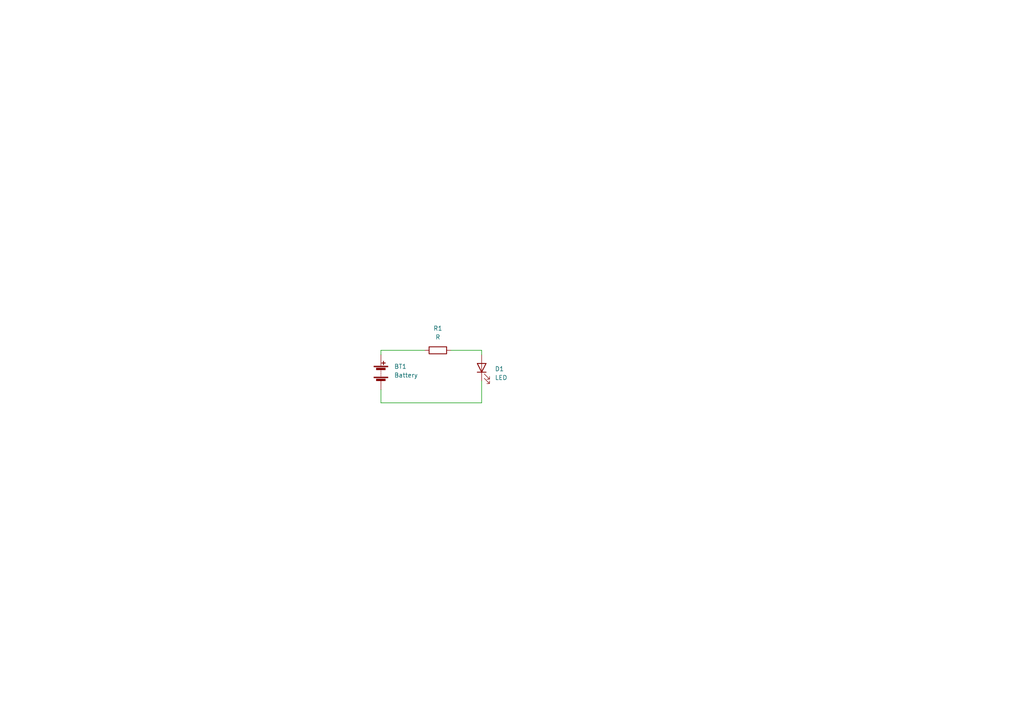
<source format=kicad_sch>
(kicad_sch (version 20211123) (generator eeschema)

  (uuid 9a000547-b114-4a04-a408-8c3ab3bd827c)

  (paper "A4")

  (title_block
    (title "Project 0 Battery with Resistor and an LED")
    (date "2022-08-24")
    (rev "V.01")
    (company "TU ECE4110")
    (comment 1 "Rob L. Bara")
  )

  (lib_symbols
    (symbol "Device:Battery" (pin_numbers hide) (pin_names (offset 0) hide) (in_bom yes) (on_board yes)
      (property "Reference" "BT" (id 0) (at 2.54 2.54 0)
        (effects (font (size 1.27 1.27)) (justify left))
      )
      (property "Value" "Battery" (id 1) (at 2.54 0 0)
        (effects (font (size 1.27 1.27)) (justify left))
      )
      (property "Footprint" "" (id 2) (at 0 1.524 90)
        (effects (font (size 1.27 1.27)) hide)
      )
      (property "Datasheet" "~" (id 3) (at 0 1.524 90)
        (effects (font (size 1.27 1.27)) hide)
      )
      (property "ki_keywords" "batt voltage-source cell" (id 4) (at 0 0 0)
        (effects (font (size 1.27 1.27)) hide)
      )
      (property "ki_description" "Multiple-cell battery" (id 5) (at 0 0 0)
        (effects (font (size 1.27 1.27)) hide)
      )
      (symbol "Battery_0_1"
        (rectangle (start -2.032 -1.397) (end 2.032 -1.651)
          (stroke (width 0) (type default) (color 0 0 0 0))
          (fill (type outline))
        )
        (rectangle (start -2.032 1.778) (end 2.032 1.524)
          (stroke (width 0) (type default) (color 0 0 0 0))
          (fill (type outline))
        )
        (rectangle (start -1.3208 -1.9812) (end 1.27 -2.4892)
          (stroke (width 0) (type default) (color 0 0 0 0))
          (fill (type outline))
        )
        (rectangle (start -1.3208 1.1938) (end 1.27 0.6858)
          (stroke (width 0) (type default) (color 0 0 0 0))
          (fill (type outline))
        )
        (polyline
          (pts
            (xy 0 -1.524)
            (xy 0 -1.27)
          )
          (stroke (width 0) (type default) (color 0 0 0 0))
          (fill (type none))
        )
        (polyline
          (pts
            (xy 0 -1.016)
            (xy 0 -0.762)
          )
          (stroke (width 0) (type default) (color 0 0 0 0))
          (fill (type none))
        )
        (polyline
          (pts
            (xy 0 -0.508)
            (xy 0 -0.254)
          )
          (stroke (width 0) (type default) (color 0 0 0 0))
          (fill (type none))
        )
        (polyline
          (pts
            (xy 0 0)
            (xy 0 0.254)
          )
          (stroke (width 0) (type default) (color 0 0 0 0))
          (fill (type none))
        )
        (polyline
          (pts
            (xy 0 0.508)
            (xy 0 0.762)
          )
          (stroke (width 0) (type default) (color 0 0 0 0))
          (fill (type none))
        )
        (polyline
          (pts
            (xy 0 1.778)
            (xy 0 2.54)
          )
          (stroke (width 0) (type default) (color 0 0 0 0))
          (fill (type none))
        )
        (polyline
          (pts
            (xy 0.254 2.667)
            (xy 1.27 2.667)
          )
          (stroke (width 0.254) (type default) (color 0 0 0 0))
          (fill (type none))
        )
        (polyline
          (pts
            (xy 0.762 3.175)
            (xy 0.762 2.159)
          )
          (stroke (width 0.254) (type default) (color 0 0 0 0))
          (fill (type none))
        )
      )
      (symbol "Battery_1_1"
        (pin passive line (at 0 5.08 270) (length 2.54)
          (name "+" (effects (font (size 1.27 1.27))))
          (number "1" (effects (font (size 1.27 1.27))))
        )
        (pin passive line (at 0 -5.08 90) (length 2.54)
          (name "-" (effects (font (size 1.27 1.27))))
          (number "2" (effects (font (size 1.27 1.27))))
        )
      )
    )
    (symbol "Device:LED" (pin_numbers hide) (pin_names (offset 1.016) hide) (in_bom yes) (on_board yes)
      (property "Reference" "D" (id 0) (at 0 2.54 0)
        (effects (font (size 1.27 1.27)))
      )
      (property "Value" "LED" (id 1) (at 0 -2.54 0)
        (effects (font (size 1.27 1.27)))
      )
      (property "Footprint" "" (id 2) (at 0 0 0)
        (effects (font (size 1.27 1.27)) hide)
      )
      (property "Datasheet" "~" (id 3) (at 0 0 0)
        (effects (font (size 1.27 1.27)) hide)
      )
      (property "ki_keywords" "LED diode" (id 4) (at 0 0 0)
        (effects (font (size 1.27 1.27)) hide)
      )
      (property "ki_description" "Light emitting diode" (id 5) (at 0 0 0)
        (effects (font (size 1.27 1.27)) hide)
      )
      (property "ki_fp_filters" "LED* LED_SMD:* LED_THT:*" (id 6) (at 0 0 0)
        (effects (font (size 1.27 1.27)) hide)
      )
      (symbol "LED_0_1"
        (polyline
          (pts
            (xy -1.27 -1.27)
            (xy -1.27 1.27)
          )
          (stroke (width 0.254) (type default) (color 0 0 0 0))
          (fill (type none))
        )
        (polyline
          (pts
            (xy -1.27 0)
            (xy 1.27 0)
          )
          (stroke (width 0) (type default) (color 0 0 0 0))
          (fill (type none))
        )
        (polyline
          (pts
            (xy 1.27 -1.27)
            (xy 1.27 1.27)
            (xy -1.27 0)
            (xy 1.27 -1.27)
          )
          (stroke (width 0.254) (type default) (color 0 0 0 0))
          (fill (type none))
        )
        (polyline
          (pts
            (xy -3.048 -0.762)
            (xy -4.572 -2.286)
            (xy -3.81 -2.286)
            (xy -4.572 -2.286)
            (xy -4.572 -1.524)
          )
          (stroke (width 0) (type default) (color 0 0 0 0))
          (fill (type none))
        )
        (polyline
          (pts
            (xy -1.778 -0.762)
            (xy -3.302 -2.286)
            (xy -2.54 -2.286)
            (xy -3.302 -2.286)
            (xy -3.302 -1.524)
          )
          (stroke (width 0) (type default) (color 0 0 0 0))
          (fill (type none))
        )
      )
      (symbol "LED_1_1"
        (pin passive line (at -3.81 0 0) (length 2.54)
          (name "K" (effects (font (size 1.27 1.27))))
          (number "1" (effects (font (size 1.27 1.27))))
        )
        (pin passive line (at 3.81 0 180) (length 2.54)
          (name "A" (effects (font (size 1.27 1.27))))
          (number "2" (effects (font (size 1.27 1.27))))
        )
      )
    )
    (symbol "Device:R" (pin_numbers hide) (pin_names (offset 0)) (in_bom yes) (on_board yes)
      (property "Reference" "R" (id 0) (at 2.032 0 90)
        (effects (font (size 1.27 1.27)))
      )
      (property "Value" "R" (id 1) (at 0 0 90)
        (effects (font (size 1.27 1.27)))
      )
      (property "Footprint" "" (id 2) (at -1.778 0 90)
        (effects (font (size 1.27 1.27)) hide)
      )
      (property "Datasheet" "~" (id 3) (at 0 0 0)
        (effects (font (size 1.27 1.27)) hide)
      )
      (property "ki_keywords" "R res resistor" (id 4) (at 0 0 0)
        (effects (font (size 1.27 1.27)) hide)
      )
      (property "ki_description" "Resistor" (id 5) (at 0 0 0)
        (effects (font (size 1.27 1.27)) hide)
      )
      (property "ki_fp_filters" "R_*" (id 6) (at 0 0 0)
        (effects (font (size 1.27 1.27)) hide)
      )
      (symbol "R_0_1"
        (rectangle (start -1.016 -2.54) (end 1.016 2.54)
          (stroke (width 0.254) (type default) (color 0 0 0 0))
          (fill (type none))
        )
      )
      (symbol "R_1_1"
        (pin passive line (at 0 3.81 270) (length 1.27)
          (name "~" (effects (font (size 1.27 1.27))))
          (number "1" (effects (font (size 1.27 1.27))))
        )
        (pin passive line (at 0 -3.81 90) (length 1.27)
          (name "~" (effects (font (size 1.27 1.27))))
          (number "2" (effects (font (size 1.27 1.27))))
        )
      )
    )
  )


  (wire (pts (xy 110.49 116.84) (xy 110.49 113.03))
    (stroke (width 0) (type default) (color 0 0 0 0))
    (uuid 0ab314ad-6f2e-4314-ac6a-0799cf822474)
  )
  (wire (pts (xy 123.19 101.6) (xy 110.49 101.6))
    (stroke (width 0) (type default) (color 0 0 0 0))
    (uuid 5c4b3298-2c7d-4c47-9b3a-7412720b8eb0)
  )
  (wire (pts (xy 139.7 102.87) (xy 139.7 101.6))
    (stroke (width 0) (type default) (color 0 0 0 0))
    (uuid 674a52c0-4a10-4eea-8dfe-e484f2f4961a)
  )
  (wire (pts (xy 139.7 101.6) (xy 130.81 101.6))
    (stroke (width 0) (type default) (color 0 0 0 0))
    (uuid 6efae355-5d87-4e67-9ed0-4b575446625a)
  )
  (wire (pts (xy 139.7 116.84) (xy 110.49 116.84))
    (stroke (width 0) (type default) (color 0 0 0 0))
    (uuid 748f574b-4c5a-4fa8-a31f-2292bd659bfe)
  )
  (wire (pts (xy 139.7 110.49) (xy 139.7 116.84))
    (stroke (width 0) (type default) (color 0 0 0 0))
    (uuid ae994ed5-a1bf-42a0-8092-aae9ea20e439)
  )
  (wire (pts (xy 110.49 101.6) (xy 110.49 102.87))
    (stroke (width 0) (type default) (color 0 0 0 0))
    (uuid e3e051dd-8f57-4663-9ea7-2fea287a2df6)
  )

  (symbol (lib_id "Device:Battery") (at 110.49 107.95 0) (unit 1)
    (in_bom yes) (on_board yes) (fields_autoplaced)
    (uuid aada0736-27db-4d23-aae6-1e2dabd1e1ee)
    (property "Reference" "BT1" (id 0) (at 114.3 106.2989 0)
      (effects (font (size 1.27 1.27)) (justify left))
    )
    (property "Value" "Battery" (id 1) (at 114.3 108.8389 0)
      (effects (font (size 1.27 1.27)) (justify left))
    )
    (property "Footprint" "Connector_PinHeader_2.54mm:PinHeader_1x02_P2.54mm_Vertical" (id 2) (at 110.49 106.426 90)
      (effects (font (size 1.27 1.27)) hide)
    )
    (property "Datasheet" "~" (id 3) (at 110.49 106.426 90)
      (effects (font (size 1.27 1.27)) hide)
    )
    (pin "1" (uuid 7fa683c4-2206-487a-8dee-bdc998aec4f8))
    (pin "2" (uuid aa9e0793-3198-4b3f-9510-7575d156703d))
  )

  (symbol (lib_id "Device:R") (at 127 101.6 90) (unit 1)
    (in_bom yes) (on_board yes) (fields_autoplaced)
    (uuid c331c7e8-266c-4a62-ae3b-a384d4f6f769)
    (property "Reference" "R1" (id 0) (at 127 95.25 90))
    (property "Value" "R" (id 1) (at 127 97.79 90))
    (property "Footprint" "Resistor_THT:R_Axial_DIN0207_L6.3mm_D2.5mm_P15.24mm_Horizontal" (id 2) (at 127 103.378 90)
      (effects (font (size 1.27 1.27)) hide)
    )
    (property "Datasheet" "~" (id 3) (at 127 101.6 0)
      (effects (font (size 1.27 1.27)) hide)
    )
    (pin "1" (uuid fd595253-4e8b-4421-8bfe-f32b2b207ff6))
    (pin "2" (uuid 1d22f1c4-fd32-46b3-9aa8-f575b4660d28))
  )

  (symbol (lib_id "Device:LED") (at 139.7 106.68 90) (unit 1)
    (in_bom yes) (on_board yes) (fields_autoplaced)
    (uuid ff8ff2f7-f368-4601-9948-c7b291b8f230)
    (property "Reference" "D1" (id 0) (at 143.51 106.9974 90)
      (effects (font (size 1.27 1.27)) (justify right))
    )
    (property "Value" "LED" (id 1) (at 143.51 109.5374 90)
      (effects (font (size 1.27 1.27)) (justify right))
    )
    (property "Footprint" "LED_THT:LED_D5.0mm" (id 2) (at 139.7 106.68 0)
      (effects (font (size 1.27 1.27)) hide)
    )
    (property "Datasheet" "~" (id 3) (at 139.7 106.68 0)
      (effects (font (size 1.27 1.27)) hide)
    )
    (pin "1" (uuid 8fcffbbf-590d-4a56-abd0-e87a3043c6c0))
    (pin "2" (uuid 49b39ac5-1d98-491d-a2ad-477abcaaa207))
  )

  (sheet_instances
    (path "/" (page "1"))
  )

  (symbol_instances
    (path "/aada0736-27db-4d23-aae6-1e2dabd1e1ee"
      (reference "BT1") (unit 1) (value "Battery") (footprint "Connector_PinHeader_2.54mm:PinHeader_1x02_P2.54mm_Vertical")
    )
    (path "/ff8ff2f7-f368-4601-9948-c7b291b8f230"
      (reference "D1") (unit 1) (value "LED") (footprint "LED_THT:LED_D5.0mm")
    )
    (path "/c331c7e8-266c-4a62-ae3b-a384d4f6f769"
      (reference "R1") (unit 1) (value "R") (footprint "Resistor_THT:R_Axial_DIN0207_L6.3mm_D2.5mm_P15.24mm_Horizontal")
    )
  )
)

</source>
